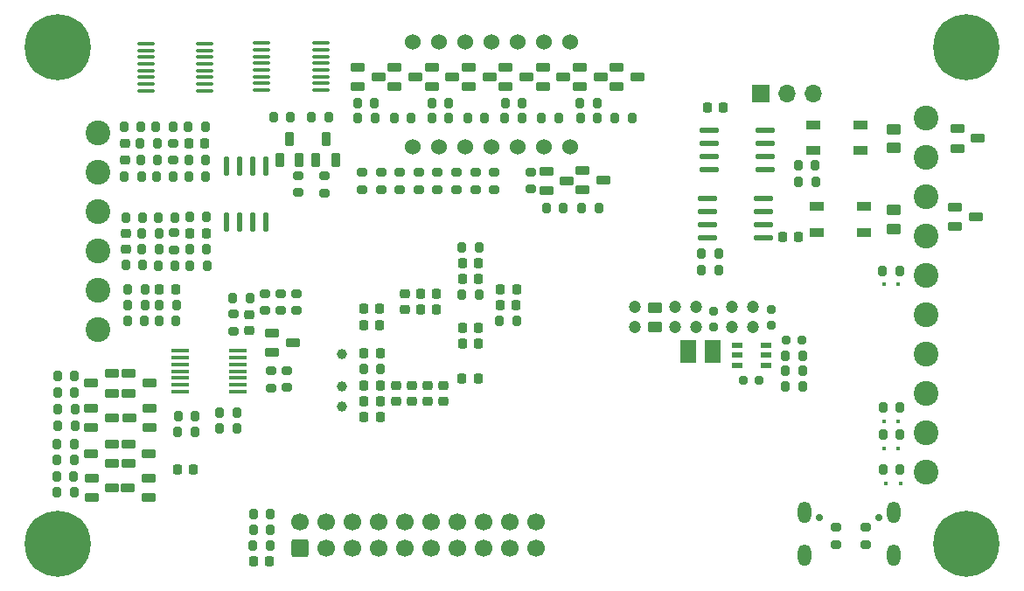
<source format=gbr>
%TF.GenerationSoftware,KiCad,Pcbnew,7.0.9*%
%TF.CreationDate,2025-05-07T10:44:47+08:00*%
%TF.ProjectId,HPM5300RDCRevB,48504d35-3330-4305-9244-43526576422e,REVC*%
%TF.SameCoordinates,Original*%
%TF.FileFunction,Soldermask,Bot*%
%TF.FilePolarity,Negative*%
%FSLAX46Y46*%
G04 Gerber Fmt 4.6, Leading zero omitted, Abs format (unit mm)*
G04 Created by KiCad (PCBNEW 7.0.9) date 2025-05-07 10:44:47*
%MOMM*%
%LPD*%
G01*
G04 APERTURE LIST*
G04 Aperture macros list*
%AMRoundRect*
0 Rectangle with rounded corners*
0 $1 Rounding radius*
0 $2 $3 $4 $5 $6 $7 $8 $9 X,Y pos of 4 corners*
0 Add a 4 corners polygon primitive as box body*
4,1,4,$2,$3,$4,$5,$6,$7,$8,$9,$2,$3,0*
0 Add four circle primitives for the rounded corners*
1,1,$1+$1,$2,$3*
1,1,$1+$1,$4,$5*
1,1,$1+$1,$6,$7*
1,1,$1+$1,$8,$9*
0 Add four rect primitives between the rounded corners*
20,1,$1+$1,$2,$3,$4,$5,0*
20,1,$1+$1,$4,$5,$6,$7,0*
20,1,$1+$1,$6,$7,$8,$9,0*
20,1,$1+$1,$8,$9,$2,$3,0*%
G04 Aperture macros list end*
%ADD10C,0.700000*%
%ADD11O,1.301600X2.101600*%
%ADD12C,2.400000*%
%ADD13R,1.700000X1.700000*%
%ADD14O,1.700000X1.700000*%
%ADD15C,6.400000*%
%ADD16C,1.524000*%
%ADD17RoundRect,0.250000X0.600000X-0.600000X0.600000X0.600000X-0.600000X0.600000X-0.600000X-0.600000X0*%
%ADD18C,1.700000*%
%ADD19RoundRect,0.050800X-0.625000X-0.350000X0.625000X-0.350000X0.625000X0.350000X-0.625000X0.350000X0*%
%ADD20RoundRect,0.200000X-0.200000X-0.275000X0.200000X-0.275000X0.200000X0.275000X-0.200000X0.275000X0*%
%ADD21RoundRect,0.225000X0.225000X0.250000X-0.225000X0.250000X-0.225000X-0.250000X0.225000X-0.250000X0*%
%ADD22RoundRect,0.200000X0.200000X0.275000X-0.200000X0.275000X-0.200000X-0.275000X0.200000X-0.275000X0*%
%ADD23RoundRect,0.050800X0.625000X0.350000X-0.625000X0.350000X-0.625000X-0.350000X0.625000X-0.350000X0*%
%ADD24RoundRect,0.200000X-0.275000X0.200000X-0.275000X-0.200000X0.275000X-0.200000X0.275000X0.200000X0*%
%ADD25RoundRect,0.225000X-0.225000X-0.250000X0.225000X-0.250000X0.225000X0.250000X-0.225000X0.250000X0*%
%ADD26RoundRect,0.250000X-0.450000X0.262500X-0.450000X-0.262500X0.450000X-0.262500X0.450000X0.262500X0*%
%ADD27RoundRect,0.200000X0.275000X-0.200000X0.275000X0.200000X-0.275000X0.200000X-0.275000X-0.200000X0*%
%ADD28C,1.000000*%
%ADD29R,1.400000X0.900000*%
%ADD30RoundRect,0.225000X0.250000X-0.225000X0.250000X0.225000X-0.250000X0.225000X-0.250000X-0.225000X0*%
%ADD31R,0.406400X0.406400*%
%ADD32O,1.950000X0.568000*%
%ADD33C,0.950000*%
%ADD34RoundRect,0.225000X-0.250000X0.225000X-0.250000X-0.225000X0.250000X-0.225000X0.250000X0.225000X0*%
%ADD35C,1.200000*%
%ADD36R,1.000000X0.550000*%
%ADD37O,0.568000X1.950000*%
%ADD38O,1.731000X0.343000*%
%ADD39RoundRect,0.050800X-0.350000X0.625000X-0.350000X-0.625000X0.350000X-0.625000X0.350000X0.625000X0*%
%ADD40R,1.635000X2.160000*%
%ADD41RoundRect,0.250000X0.450000X-0.262500X0.450000X0.262500X-0.450000X0.262500X-0.450000X-0.262500X0*%
%ADD42R,1.700000X0.400000*%
G04 APERTURE END LIST*
D10*
%TO.C,J1*%
X184955200Y-127754050D03*
X190735200Y-127754050D03*
D11*
X183524900Y-127224050D03*
X192165100Y-127224150D03*
X183525000Y-131404050D03*
X192165200Y-131404150D03*
%TD*%
D12*
%TO.C,J3*%
X195265200Y-123355000D03*
X195265200Y-119545000D03*
X195265200Y-115735000D03*
X195265200Y-111925000D03*
X195265200Y-108115000D03*
X195265200Y-104305000D03*
X195265200Y-100495000D03*
X195265200Y-96685000D03*
X195265200Y-92875000D03*
X195265200Y-89065000D03*
%TD*%
D13*
%TO.C,J5*%
X179245000Y-86700000D03*
D14*
X181785000Y-86700000D03*
X184325000Y-86700000D03*
%TD*%
D15*
%TO.C,FID2*%
X199175200Y-82153000D03*
%TD*%
D16*
%TO.C,LED6*%
X145575200Y-91820000D03*
X148115200Y-91820000D03*
X150655200Y-91820000D03*
X153195200Y-91820000D03*
X155735200Y-91820000D03*
X158275200Y-91820000D03*
X160815200Y-91820000D03*
X160815200Y-81660000D03*
X158275200Y-81660000D03*
X155735200Y-81660000D03*
X153195200Y-81660000D03*
X150655200Y-81660000D03*
X148115200Y-81660000D03*
X145575200Y-81660000D03*
%TD*%
D12*
%TO.C,J4*%
X115095200Y-90475000D03*
X115095200Y-94285000D03*
X115095200Y-98095000D03*
X115095200Y-101905000D03*
X115095200Y-105715000D03*
X115095200Y-109525000D03*
%TD*%
D17*
%TO.C,J2*%
X134620000Y-130650000D03*
D18*
X134620000Y-128110000D03*
X137160000Y-130650000D03*
X137160000Y-128110000D03*
X139700000Y-130650000D03*
X139700000Y-128110000D03*
X142240000Y-130650000D03*
X142240000Y-128110000D03*
X144780000Y-130650000D03*
X144780000Y-128110000D03*
X147320000Y-130650000D03*
X147320000Y-128110000D03*
X149860000Y-130650000D03*
X149860000Y-128110000D03*
X152400000Y-130650000D03*
X152400000Y-128110000D03*
X154940000Y-130650000D03*
X154940000Y-128110000D03*
X157480000Y-130650000D03*
X157480000Y-128110000D03*
%TD*%
D15*
%TO.C,FID3*%
X199175200Y-130270000D03*
%TD*%
%TO.C,FID4*%
X111175200Y-130270000D03*
%TD*%
%TO.C,FID1*%
X111175200Y-82153000D03*
%TD*%
D19*
%TO.C,Q7*%
X116457650Y-120573800D03*
X116457650Y-122473800D03*
X114457650Y-121523800D03*
%TD*%
D20*
%TO.C,R60*%
X147435000Y-89050000D03*
X149085000Y-89050000D03*
%TD*%
%TO.C,R71*%
X124010200Y-103300000D03*
X125660200Y-103300000D03*
%TD*%
D21*
%TO.C,C7*%
X124365000Y-123090000D03*
X122815000Y-123090000D03*
%TD*%
D22*
%TO.C,R22*%
X183300000Y-113525000D03*
X181650000Y-113525000D03*
%TD*%
%TO.C,R24*%
X149085000Y-87570000D03*
X147435000Y-87570000D03*
%TD*%
D23*
%TO.C,Q1*%
X131947550Y-111756200D03*
X131947550Y-109856200D03*
X133947550Y-110806200D03*
%TD*%
D20*
%TO.C,R28*%
X158520200Y-97730000D03*
X160170200Y-97730000D03*
%TD*%
D24*
%TO.C,R100*%
X144334692Y-94285000D03*
X144334692Y-95935000D03*
%TD*%
D21*
%TO.C,C46*%
X142370200Y-107520000D03*
X140820200Y-107520000D03*
%TD*%
D20*
%TO.C,R86*%
X117790200Y-98645000D03*
X119440200Y-98645000D03*
%TD*%
D22*
%TO.C,R125*%
X183300000Y-115025000D03*
X181650000Y-115025000D03*
%TD*%
D25*
%TO.C,C43*%
X140860200Y-111830000D03*
X142410200Y-111830000D03*
%TD*%
D26*
%TO.C,R91*%
X192160000Y-90117500D03*
X192160000Y-91942500D03*
%TD*%
D20*
%TO.C,R83*%
X119210200Y-93080000D03*
X120860200Y-93080000D03*
%TD*%
D21*
%TO.C,C38*%
X151920200Y-109310000D03*
X150370200Y-109310000D03*
%TD*%
D20*
%TO.C,R17*%
X121030200Y-107170000D03*
X122680200Y-107170000D03*
%TD*%
D21*
%TO.C,C59*%
X142425000Y-117970000D03*
X140875000Y-117970000D03*
%TD*%
D27*
%TO.C,R80*%
X122355200Y-93105000D03*
X122355200Y-91455000D03*
%TD*%
D22*
%TO.C,R25*%
X152553826Y-89050000D03*
X150903826Y-89050000D03*
%TD*%
%TO.C,R64*%
X112860200Y-118790000D03*
X111210200Y-118790000D03*
%TD*%
D28*
%TO.C,TP3*%
X138710000Y-116990000D03*
%TD*%
D21*
%TO.C,C1*%
X131715000Y-131970000D03*
X130165000Y-131970000D03*
%TD*%
%TO.C,C36*%
X151890200Y-114220000D03*
X150340200Y-114220000D03*
%TD*%
D29*
%TO.C,L1*%
X184700000Y-100090000D03*
X184700000Y-97590000D03*
X189260000Y-97590000D03*
X189260000Y-100090000D03*
%TD*%
D24*
%TO.C,R105*%
X157040000Y-94275000D03*
X157040000Y-95925000D03*
%TD*%
D30*
%TO.C,C51*%
X147035200Y-116475000D03*
X147035200Y-114925000D03*
%TD*%
D24*
%TO.C,R48*%
X134350000Y-106025000D03*
X134350000Y-107675000D03*
%TD*%
D22*
%TO.C,R27*%
X159689510Y-89050000D03*
X158039510Y-89050000D03*
%TD*%
D23*
%TO.C,Q11*%
X140245200Y-86020000D03*
X140245200Y-84120000D03*
X142245200Y-85070000D03*
%TD*%
D31*
%TO.C,D8*%
X192575024Y-105148984D03*
X191174976Y-105148984D03*
%TD*%
D19*
%TO.C,Q9*%
X116425200Y-113770000D03*
X116425200Y-115670000D03*
X114425200Y-114720000D03*
%TD*%
D22*
%TO.C,R116*%
X137445000Y-88960000D03*
X135795000Y-88960000D03*
%TD*%
D24*
%TO.C,R98*%
X140680000Y-94285000D03*
X140680000Y-95935000D03*
%TD*%
D32*
%TO.C,U10*%
X174295000Y-93988500D03*
X174295000Y-92718500D03*
X174295000Y-91448500D03*
X174295000Y-90178500D03*
X179705000Y-90178500D03*
X179705000Y-91448500D03*
X179705000Y-92718500D03*
X179705000Y-93988500D03*
%TD*%
D26*
%TO.C,FB1*%
X169050000Y-107412500D03*
X169050000Y-109237500D03*
%TD*%
D28*
%TO.C,TP2*%
X138700000Y-115060000D03*
%TD*%
D20*
%TO.C,R124*%
X191100000Y-123075000D03*
X192750000Y-123075000D03*
%TD*%
D25*
%TO.C,C44*%
X140830200Y-109070000D03*
X142380200Y-109070000D03*
%TD*%
D22*
%TO.C,R85*%
X119420200Y-103295000D03*
X117770200Y-103295000D03*
%TD*%
%TO.C,R55*%
X124515000Y-117910000D03*
X122865000Y-117910000D03*
%TD*%
D20*
%TO.C,R90*%
X173525000Y-103750000D03*
X175175000Y-103750000D03*
%TD*%
%TO.C,R61*%
X111150200Y-120600000D03*
X112800200Y-120600000D03*
%TD*%
%TO.C,R15*%
X181650000Y-112041666D03*
X183300000Y-112041666D03*
%TD*%
D23*
%TO.C,Q6*%
X114475200Y-125800000D03*
X114475200Y-123900000D03*
X116475200Y-124850000D03*
%TD*%
D24*
%TO.C,R50*%
X131230000Y-106035000D03*
X131230000Y-107685000D03*
%TD*%
D20*
%TO.C,R81*%
X119350200Y-101765000D03*
X121000200Y-101765000D03*
%TD*%
%TO.C,R67*%
X111210200Y-117190000D03*
X112860200Y-117190000D03*
%TD*%
D22*
%TO.C,R110*%
X184555000Y-93620000D03*
X182905000Y-93620000D03*
%TD*%
D27*
%TO.C,R79*%
X122505200Y-101800000D03*
X122505200Y-100150000D03*
%TD*%
D33*
%TO.C,C84*%
X174725000Y-109300000D03*
X174725000Y-107750000D03*
%TD*%
D23*
%TO.C,Q10*%
X143828757Y-86020000D03*
X143828757Y-84120000D03*
X145828757Y-85070000D03*
%TD*%
D21*
%TO.C,C61*%
X155615000Y-105610000D03*
X154065000Y-105610000D03*
%TD*%
D20*
%TO.C,FB4*%
X150340200Y-106120000D03*
X151990200Y-106120000D03*
%TD*%
D30*
%TO.C,C15*%
X117845200Y-101740000D03*
X117845200Y-100190000D03*
%TD*%
D25*
%TO.C,C49*%
X146320200Y-107590000D03*
X147870200Y-107590000D03*
%TD*%
D23*
%TO.C,Q15*%
X158162985Y-86020000D03*
X158162985Y-84120000D03*
X160162985Y-85070000D03*
%TD*%
%TO.C,Q16*%
X158505200Y-96080000D03*
X158505200Y-94180000D03*
X160505200Y-95130000D03*
%TD*%
D20*
%TO.C,R78*%
X120720200Y-89890000D03*
X122370200Y-89890000D03*
%TD*%
D22*
%TO.C,R40*%
X166825200Y-89050000D03*
X165175200Y-89050000D03*
%TD*%
D20*
%TO.C,R58*%
X140255000Y-89050000D03*
X141905000Y-89050000D03*
%TD*%
D25*
%TO.C,C6*%
X121060200Y-105640000D03*
X122610200Y-105640000D03*
%TD*%
D22*
%TO.C,R8*%
X131775000Y-130440000D03*
X130125000Y-130440000D03*
%TD*%
%TO.C,R3*%
X131800000Y-128940000D03*
X130150000Y-128940000D03*
%TD*%
D20*
%TO.C,R62*%
X111180200Y-114040000D03*
X112830200Y-114040000D03*
%TD*%
D24*
%TO.C,R30*%
X186535200Y-128685000D03*
X186535200Y-130335000D03*
%TD*%
%TO.C,R42*%
X131850000Y-113515000D03*
X131850000Y-115165000D03*
%TD*%
D20*
%TO.C,R65*%
X111100200Y-123700000D03*
X112750200Y-123700000D03*
%TD*%
D25*
%TO.C,C22*%
X150370200Y-104630000D03*
X151920200Y-104630000D03*
%TD*%
D20*
%TO.C,R94*%
X173530000Y-102190000D03*
X175180000Y-102190000D03*
%TD*%
D23*
%TO.C,Q2*%
X118035200Y-122480000D03*
X118035200Y-120580000D03*
X120035200Y-121530000D03*
%TD*%
D25*
%TO.C,C63*%
X140865200Y-114910000D03*
X142415200Y-114910000D03*
%TD*%
D24*
%TO.C,R20*%
X128250000Y-108015000D03*
X128250000Y-109665000D03*
%TD*%
D20*
%TO.C,R7*%
X130145000Y-127390000D03*
X131795000Y-127390000D03*
%TD*%
D28*
%TO.C,TP1*%
X138760000Y-111870000D03*
%TD*%
D24*
%TO.C,R31*%
X189405200Y-128690000D03*
X189405200Y-130340000D03*
%TD*%
D22*
%TO.C,R70*%
X125520200Y-93090000D03*
X123870200Y-93090000D03*
%TD*%
D34*
%TO.C,C48*%
X148575200Y-114925000D03*
X148575200Y-116475000D03*
%TD*%
D22*
%TO.C,R117*%
X133755000Y-88910000D03*
X132105000Y-88910000D03*
%TD*%
%TO.C,R26*%
X156175000Y-87590000D03*
X154525000Y-87590000D03*
%TD*%
%TO.C,R109*%
X184605000Y-95200000D03*
X182955000Y-95200000D03*
%TD*%
D25*
%TO.C,C14*%
X123910200Y-91510000D03*
X125460200Y-91510000D03*
%TD*%
D22*
%TO.C,R37*%
X142460200Y-113370000D03*
X140810200Y-113370000D03*
%TD*%
D35*
%TO.C,C80*%
X178500000Y-109240000D03*
X178500000Y-107340000D03*
%TD*%
D22*
%TO.C,R39*%
X163405000Y-87630000D03*
X161755000Y-87630000D03*
%TD*%
D33*
%TO.C,C83*%
X183250000Y-110550000D03*
X181700000Y-110550000D03*
%TD*%
D36*
%TO.C,U16*%
X177000000Y-112950000D03*
X177000000Y-112000000D03*
X177000000Y-111050000D03*
X179800000Y-111050000D03*
X179800000Y-112000000D03*
X179800000Y-112950000D03*
%TD*%
D22*
%TO.C,R87*%
X119300200Y-94710000D03*
X117650200Y-94710000D03*
%TD*%
D23*
%TO.C,Q3*%
X118075200Y-115670000D03*
X118075200Y-113770000D03*
X120075200Y-114720000D03*
%TD*%
D35*
%TO.C,C86*%
X171000000Y-109255000D03*
X171000000Y-107355000D03*
%TD*%
D23*
%TO.C,Q8*%
X114425200Y-119020000D03*
X114425200Y-117120000D03*
X116425200Y-118070000D03*
%TD*%
D30*
%TO.C,C8*%
X129740000Y-109645000D03*
X129740000Y-108095000D03*
%TD*%
D21*
%TO.C,C45*%
X142420200Y-116460000D03*
X140870200Y-116460000D03*
%TD*%
D34*
%TO.C,C47*%
X145505200Y-114925000D03*
X145505200Y-116475000D03*
%TD*%
D24*
%TO.C,R99*%
X142507346Y-94285000D03*
X142507346Y-95935000D03*
%TD*%
D23*
%TO.C,Q17*%
X161995200Y-96000000D03*
X161995200Y-94100000D03*
X163995200Y-95050000D03*
%TD*%
D33*
%TO.C,C82*%
X179115000Y-114450000D03*
X177565000Y-114450000D03*
%TD*%
D20*
%TO.C,R84*%
X119200200Y-91500000D03*
X120850200Y-91500000D03*
%TD*%
%TO.C,R56*%
X122805000Y-119410000D03*
X124455000Y-119410000D03*
%TD*%
D25*
%TO.C,C13*%
X124025200Y-100240000D03*
X125575200Y-100240000D03*
%TD*%
D35*
%TO.C,C87*%
X167100000Y-107355000D03*
X167100000Y-109255000D03*
%TD*%
D22*
%TO.C,R47*%
X119620200Y-108660000D03*
X117970200Y-108660000D03*
%TD*%
%TO.C,R44*%
X122670200Y-108680000D03*
X121020200Y-108680000D03*
%TD*%
D20*
%TO.C,R76*%
X120900200Y-98650000D03*
X122550200Y-98650000D03*
%TD*%
D25*
%TO.C,C40*%
X150390200Y-103090000D03*
X151940200Y-103090000D03*
%TD*%
D20*
%TO.C,R72*%
X123870200Y-94710000D03*
X125520200Y-94710000D03*
%TD*%
D37*
%TO.C,U6*%
X131333700Y-99105000D03*
X130063700Y-99105000D03*
X128793700Y-99105000D03*
X127523700Y-99105000D03*
X127523700Y-93695000D03*
X128793700Y-93695000D03*
X130063700Y-93695000D03*
X131333700Y-93695000D03*
%TD*%
D21*
%TO.C,C20*%
X175675000Y-87990000D03*
X174125000Y-87990000D03*
%TD*%
D27*
%TO.C,R92*%
X146162038Y-95935000D03*
X146162038Y-94285000D03*
%TD*%
D20*
%TO.C,R74*%
X123850200Y-89900000D03*
X125500200Y-89900000D03*
%TD*%
D23*
%TO.C,Q18*%
X161746542Y-86020000D03*
X161746542Y-84120000D03*
X163746542Y-85070000D03*
%TD*%
D29*
%TO.C,L5*%
X184390000Y-92170000D03*
X184390000Y-89670000D03*
X188950000Y-89670000D03*
X188950000Y-92170000D03*
%TD*%
D30*
%TO.C,C19*%
X117715200Y-93075000D03*
X117715200Y-91525000D03*
%TD*%
D22*
%TO.C,R29*%
X163575000Y-97750000D03*
X161925000Y-97750000D03*
%TD*%
D20*
%TO.C,R121*%
X191050000Y-103825000D03*
X192700000Y-103825000D03*
%TD*%
D22*
%TO.C,R66*%
X112805200Y-122140000D03*
X111155200Y-122140000D03*
%TD*%
D25*
%TO.C,C21*%
X181400000Y-100575000D03*
X182950000Y-100575000D03*
%TD*%
D20*
%TO.C,R77*%
X120750200Y-94700000D03*
X122400200Y-94700000D03*
%TD*%
%TO.C,R41*%
X128165000Y-106490000D03*
X129815000Y-106490000D03*
%TD*%
D23*
%TO.C,Q19*%
X165330100Y-86020000D03*
X165330100Y-84120000D03*
X167330100Y-85070000D03*
%TD*%
%TO.C,D1*%
X198070000Y-99560000D03*
X198070000Y-97660000D03*
X200070000Y-98610000D03*
%TD*%
D21*
%TO.C,C57*%
X155575000Y-107120000D03*
X154025000Y-107120000D03*
%TD*%
D31*
%TO.C,D4*%
X192800024Y-124398984D03*
X191399976Y-124398984D03*
%TD*%
D20*
%TO.C,R73*%
X123970200Y-98630000D03*
X125620200Y-98630000D03*
%TD*%
D38*
%TO.C,U14*%
X136672000Y-81770000D03*
X136672000Y-82420000D03*
X136672000Y-83070000D03*
X136672000Y-83720000D03*
X136672000Y-84370000D03*
X136672000Y-85020000D03*
X136672000Y-85670000D03*
X136672000Y-86320000D03*
X130940000Y-86320000D03*
X130940000Y-85670000D03*
X130940000Y-85020000D03*
X130940000Y-84370000D03*
X130940000Y-83720000D03*
X130940000Y-83070000D03*
X130940000Y-82420000D03*
X130940000Y-81770000D03*
%TD*%
D20*
%TO.C,R88*%
X117630200Y-89890000D03*
X119280200Y-89890000D03*
%TD*%
%TO.C,R122*%
X191125000Y-117075000D03*
X192775000Y-117075000D03*
%TD*%
D22*
%TO.C,R18*%
X145418142Y-89050000D03*
X143768142Y-89050000D03*
%TD*%
D20*
%TO.C,R75*%
X120920200Y-103310000D03*
X122570200Y-103310000D03*
%TD*%
D27*
%TO.C,R119*%
X134480000Y-96265000D03*
X134480000Y-94615000D03*
%TD*%
D32*
%TO.C,U11*%
X174125000Y-100598500D03*
X174125000Y-99328500D03*
X174125000Y-98058500D03*
X174125000Y-96788500D03*
X179535000Y-96788500D03*
X179535000Y-98058500D03*
X179535000Y-99328500D03*
X179535000Y-100598500D03*
%TD*%
D25*
%TO.C,C54*%
X150370200Y-110850000D03*
X151920200Y-110850000D03*
%TD*%
D22*
%TO.C,FB6*%
X151970200Y-101530000D03*
X150320200Y-101530000D03*
%TD*%
D21*
%TO.C,C55*%
X147870200Y-106040000D03*
X146320200Y-106040000D03*
%TD*%
D23*
%TO.C,Q12*%
X147412314Y-86020000D03*
X147412314Y-84120000D03*
X149412314Y-85070000D03*
%TD*%
D39*
%TO.C,Q20*%
X134586200Y-93062450D03*
X132686200Y-93062450D03*
X133636200Y-91062450D03*
%TD*%
D23*
%TO.C,Q14*%
X154579428Y-86020000D03*
X154579428Y-84120000D03*
X156579428Y-85070000D03*
%TD*%
D22*
%TO.C,R54*%
X128540000Y-119090000D03*
X126890000Y-119090000D03*
%TD*%
D20*
%TO.C,R123*%
X191100000Y-119675000D03*
X192750000Y-119675000D03*
%TD*%
D27*
%TO.C,R96*%
X151644076Y-95935000D03*
X151644076Y-94285000D03*
%TD*%
D22*
%TO.C,R23*%
X141885000Y-87570000D03*
X140235000Y-87570000D03*
%TD*%
%TO.C,R46*%
X119630200Y-107150000D03*
X117980200Y-107150000D03*
%TD*%
D20*
%TO.C,R53*%
X126890000Y-117600000D03*
X128540000Y-117600000D03*
%TD*%
D23*
%TO.C,D5*%
X198290000Y-91960000D03*
X198290000Y-90060000D03*
X200290000Y-91010000D03*
%TD*%
D27*
%TO.C,R118*%
X137040000Y-96285000D03*
X137040000Y-94635000D03*
%TD*%
%TO.C,R95*%
X149816730Y-95935000D03*
X149816730Y-94285000D03*
%TD*%
D20*
%TO.C,R35*%
X153975000Y-108630000D03*
X155625000Y-108630000D03*
%TD*%
D22*
%TO.C,R68*%
X112850200Y-115640000D03*
X111200200Y-115640000D03*
%TD*%
D38*
%TO.C,U15*%
X125446000Y-81835000D03*
X125446000Y-82485000D03*
X125446000Y-83135000D03*
X125446000Y-83785000D03*
X125446000Y-84435000D03*
X125446000Y-85085000D03*
X125446000Y-85735000D03*
X125446000Y-86385000D03*
X119714000Y-86385000D03*
X119714000Y-85735000D03*
X119714000Y-85085000D03*
X119714000Y-84435000D03*
X119714000Y-83785000D03*
X119714000Y-83135000D03*
X119714000Y-82485000D03*
X119714000Y-81835000D03*
%TD*%
D22*
%TO.C,R69*%
X125605200Y-101760000D03*
X123955200Y-101760000D03*
%TD*%
%TO.C,R63*%
X112780200Y-125270000D03*
X111130200Y-125270000D03*
%TD*%
D31*
%TO.C,D6*%
X192600024Y-120998984D03*
X191199976Y-120998984D03*
%TD*%
D33*
%TO.C,C79*%
X180250000Y-109100000D03*
X180250000Y-107550000D03*
%TD*%
D20*
%TO.C,R106*%
X161805000Y-89050000D03*
X163455000Y-89050000D03*
%TD*%
D40*
%TO.C,L12*%
X174593000Y-111675000D03*
X172257000Y-111675000D03*
%TD*%
D19*
%TO.C,Q5*%
X120105200Y-117110000D03*
X120105200Y-119010000D03*
X118105200Y-118060000D03*
%TD*%
D27*
%TO.C,R93*%
X147989384Y-95935000D03*
X147989384Y-94285000D03*
%TD*%
D20*
%TO.C,R45*%
X117980200Y-105600000D03*
X119630200Y-105600000D03*
%TD*%
%TO.C,R82*%
X119360200Y-100215000D03*
X121010200Y-100215000D03*
%TD*%
D41*
%TO.C,R89*%
X192160000Y-99742500D03*
X192160000Y-97917500D03*
%TD*%
D39*
%TO.C,Q21*%
X138106200Y-93102450D03*
X136206200Y-93102450D03*
X137156200Y-91102450D03*
%TD*%
D35*
%TO.C,C85*%
X172975000Y-109255000D03*
X172975000Y-107355000D03*
%TD*%
D20*
%TO.C,R104*%
X154495000Y-89050000D03*
X156145000Y-89050000D03*
%TD*%
D35*
%TO.C,C81*%
X176500000Y-109240000D03*
X176500000Y-107340000D03*
%TD*%
D31*
%TO.C,D7*%
X192600024Y-118373984D03*
X191199976Y-118373984D03*
%TD*%
D19*
%TO.C,Q4*%
X120017650Y-123873800D03*
X120017650Y-125773800D03*
X118017650Y-124823800D03*
%TD*%
D27*
%TO.C,R97*%
X153471428Y-95935000D03*
X153471428Y-94285000D03*
%TD*%
%TO.C,R43*%
X133420000Y-115135000D03*
X133420000Y-113485000D03*
%TD*%
D34*
%TO.C,C62*%
X144790000Y-106025000D03*
X144790000Y-107575000D03*
%TD*%
D23*
%TO.C,Q13*%
X150995871Y-86020000D03*
X150995871Y-84120000D03*
X152995871Y-85070000D03*
%TD*%
D42*
%TO.C,U5*%
X128620000Y-111590000D03*
X128620000Y-112240000D03*
X128620000Y-112890000D03*
X128620000Y-113540000D03*
X128620000Y-114190000D03*
X128620000Y-114840000D03*
X128620000Y-115490000D03*
X123020000Y-115490000D03*
X123020000Y-114840000D03*
X123020000Y-114190000D03*
X123020000Y-113540000D03*
X123020000Y-112890000D03*
X123020000Y-112240000D03*
X123020000Y-111590000D03*
%TD*%
D27*
%TO.C,R49*%
X132820000Y-107685000D03*
X132820000Y-106035000D03*
%TD*%
D30*
%TO.C,C50*%
X143965200Y-116470000D03*
X143965200Y-114920000D03*
%TD*%
M02*

</source>
